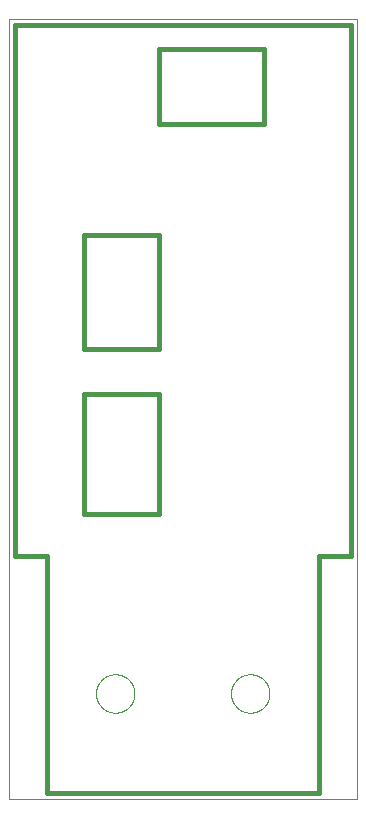
<source format=gbo>
G75*
%MOIN*%
%OFA0B0*%
%FSLAX25Y25*%
%IPPOS*%
%LPD*%
%AMOC8*
5,1,8,0,0,1.08239X$1,22.5*
%
%ADD10C,0.00000*%
%ADD11C,0.01600*%
D10*
X0001000Y0001000D02*
X0117142Y0001000D01*
X0117142Y0260843D01*
X0001000Y0260843D01*
X0001000Y0001000D01*
X0030100Y0036000D02*
X0030102Y0036160D01*
X0030108Y0036319D01*
X0030118Y0036478D01*
X0030132Y0036637D01*
X0030150Y0036796D01*
X0030171Y0036954D01*
X0030197Y0037111D01*
X0030227Y0037268D01*
X0030260Y0037424D01*
X0030298Y0037579D01*
X0030339Y0037733D01*
X0030384Y0037886D01*
X0030433Y0038038D01*
X0030486Y0038189D01*
X0030542Y0038338D01*
X0030603Y0038486D01*
X0030666Y0038632D01*
X0030734Y0038777D01*
X0030805Y0038920D01*
X0030879Y0039061D01*
X0030957Y0039200D01*
X0031039Y0039337D01*
X0031124Y0039472D01*
X0031212Y0039605D01*
X0031304Y0039736D01*
X0031398Y0039864D01*
X0031496Y0039990D01*
X0031597Y0040114D01*
X0031701Y0040235D01*
X0031808Y0040353D01*
X0031918Y0040469D01*
X0032031Y0040582D01*
X0032147Y0040692D01*
X0032265Y0040799D01*
X0032386Y0040903D01*
X0032510Y0041004D01*
X0032636Y0041102D01*
X0032764Y0041196D01*
X0032895Y0041288D01*
X0033028Y0041376D01*
X0033163Y0041461D01*
X0033300Y0041543D01*
X0033439Y0041621D01*
X0033580Y0041695D01*
X0033723Y0041766D01*
X0033868Y0041834D01*
X0034014Y0041897D01*
X0034162Y0041958D01*
X0034311Y0042014D01*
X0034462Y0042067D01*
X0034614Y0042116D01*
X0034767Y0042161D01*
X0034921Y0042202D01*
X0035076Y0042240D01*
X0035232Y0042273D01*
X0035389Y0042303D01*
X0035546Y0042329D01*
X0035704Y0042350D01*
X0035863Y0042368D01*
X0036022Y0042382D01*
X0036181Y0042392D01*
X0036340Y0042398D01*
X0036500Y0042400D01*
X0036660Y0042398D01*
X0036819Y0042392D01*
X0036978Y0042382D01*
X0037137Y0042368D01*
X0037296Y0042350D01*
X0037454Y0042329D01*
X0037611Y0042303D01*
X0037768Y0042273D01*
X0037924Y0042240D01*
X0038079Y0042202D01*
X0038233Y0042161D01*
X0038386Y0042116D01*
X0038538Y0042067D01*
X0038689Y0042014D01*
X0038838Y0041958D01*
X0038986Y0041897D01*
X0039132Y0041834D01*
X0039277Y0041766D01*
X0039420Y0041695D01*
X0039561Y0041621D01*
X0039700Y0041543D01*
X0039837Y0041461D01*
X0039972Y0041376D01*
X0040105Y0041288D01*
X0040236Y0041196D01*
X0040364Y0041102D01*
X0040490Y0041004D01*
X0040614Y0040903D01*
X0040735Y0040799D01*
X0040853Y0040692D01*
X0040969Y0040582D01*
X0041082Y0040469D01*
X0041192Y0040353D01*
X0041299Y0040235D01*
X0041403Y0040114D01*
X0041504Y0039990D01*
X0041602Y0039864D01*
X0041696Y0039736D01*
X0041788Y0039605D01*
X0041876Y0039472D01*
X0041961Y0039337D01*
X0042043Y0039200D01*
X0042121Y0039061D01*
X0042195Y0038920D01*
X0042266Y0038777D01*
X0042334Y0038632D01*
X0042397Y0038486D01*
X0042458Y0038338D01*
X0042514Y0038189D01*
X0042567Y0038038D01*
X0042616Y0037886D01*
X0042661Y0037733D01*
X0042702Y0037579D01*
X0042740Y0037424D01*
X0042773Y0037268D01*
X0042803Y0037111D01*
X0042829Y0036954D01*
X0042850Y0036796D01*
X0042868Y0036637D01*
X0042882Y0036478D01*
X0042892Y0036319D01*
X0042898Y0036160D01*
X0042900Y0036000D01*
X0042898Y0035840D01*
X0042892Y0035681D01*
X0042882Y0035522D01*
X0042868Y0035363D01*
X0042850Y0035204D01*
X0042829Y0035046D01*
X0042803Y0034889D01*
X0042773Y0034732D01*
X0042740Y0034576D01*
X0042702Y0034421D01*
X0042661Y0034267D01*
X0042616Y0034114D01*
X0042567Y0033962D01*
X0042514Y0033811D01*
X0042458Y0033662D01*
X0042397Y0033514D01*
X0042334Y0033368D01*
X0042266Y0033223D01*
X0042195Y0033080D01*
X0042121Y0032939D01*
X0042043Y0032800D01*
X0041961Y0032663D01*
X0041876Y0032528D01*
X0041788Y0032395D01*
X0041696Y0032264D01*
X0041602Y0032136D01*
X0041504Y0032010D01*
X0041403Y0031886D01*
X0041299Y0031765D01*
X0041192Y0031647D01*
X0041082Y0031531D01*
X0040969Y0031418D01*
X0040853Y0031308D01*
X0040735Y0031201D01*
X0040614Y0031097D01*
X0040490Y0030996D01*
X0040364Y0030898D01*
X0040236Y0030804D01*
X0040105Y0030712D01*
X0039972Y0030624D01*
X0039837Y0030539D01*
X0039700Y0030457D01*
X0039561Y0030379D01*
X0039420Y0030305D01*
X0039277Y0030234D01*
X0039132Y0030166D01*
X0038986Y0030103D01*
X0038838Y0030042D01*
X0038689Y0029986D01*
X0038538Y0029933D01*
X0038386Y0029884D01*
X0038233Y0029839D01*
X0038079Y0029798D01*
X0037924Y0029760D01*
X0037768Y0029727D01*
X0037611Y0029697D01*
X0037454Y0029671D01*
X0037296Y0029650D01*
X0037137Y0029632D01*
X0036978Y0029618D01*
X0036819Y0029608D01*
X0036660Y0029602D01*
X0036500Y0029600D01*
X0036340Y0029602D01*
X0036181Y0029608D01*
X0036022Y0029618D01*
X0035863Y0029632D01*
X0035704Y0029650D01*
X0035546Y0029671D01*
X0035389Y0029697D01*
X0035232Y0029727D01*
X0035076Y0029760D01*
X0034921Y0029798D01*
X0034767Y0029839D01*
X0034614Y0029884D01*
X0034462Y0029933D01*
X0034311Y0029986D01*
X0034162Y0030042D01*
X0034014Y0030103D01*
X0033868Y0030166D01*
X0033723Y0030234D01*
X0033580Y0030305D01*
X0033439Y0030379D01*
X0033300Y0030457D01*
X0033163Y0030539D01*
X0033028Y0030624D01*
X0032895Y0030712D01*
X0032764Y0030804D01*
X0032636Y0030898D01*
X0032510Y0030996D01*
X0032386Y0031097D01*
X0032265Y0031201D01*
X0032147Y0031308D01*
X0032031Y0031418D01*
X0031918Y0031531D01*
X0031808Y0031647D01*
X0031701Y0031765D01*
X0031597Y0031886D01*
X0031496Y0032010D01*
X0031398Y0032136D01*
X0031304Y0032264D01*
X0031212Y0032395D01*
X0031124Y0032528D01*
X0031039Y0032663D01*
X0030957Y0032800D01*
X0030879Y0032939D01*
X0030805Y0033080D01*
X0030734Y0033223D01*
X0030666Y0033368D01*
X0030603Y0033514D01*
X0030542Y0033662D01*
X0030486Y0033811D01*
X0030433Y0033962D01*
X0030384Y0034114D01*
X0030339Y0034267D01*
X0030298Y0034421D01*
X0030260Y0034576D01*
X0030227Y0034732D01*
X0030197Y0034889D01*
X0030171Y0035046D01*
X0030150Y0035204D01*
X0030132Y0035363D01*
X0030118Y0035522D01*
X0030108Y0035681D01*
X0030102Y0035840D01*
X0030100Y0036000D01*
X0075100Y0036000D02*
X0075102Y0036160D01*
X0075108Y0036319D01*
X0075118Y0036478D01*
X0075132Y0036637D01*
X0075150Y0036796D01*
X0075171Y0036954D01*
X0075197Y0037111D01*
X0075227Y0037268D01*
X0075260Y0037424D01*
X0075298Y0037579D01*
X0075339Y0037733D01*
X0075384Y0037886D01*
X0075433Y0038038D01*
X0075486Y0038189D01*
X0075542Y0038338D01*
X0075603Y0038486D01*
X0075666Y0038632D01*
X0075734Y0038777D01*
X0075805Y0038920D01*
X0075879Y0039061D01*
X0075957Y0039200D01*
X0076039Y0039337D01*
X0076124Y0039472D01*
X0076212Y0039605D01*
X0076304Y0039736D01*
X0076398Y0039864D01*
X0076496Y0039990D01*
X0076597Y0040114D01*
X0076701Y0040235D01*
X0076808Y0040353D01*
X0076918Y0040469D01*
X0077031Y0040582D01*
X0077147Y0040692D01*
X0077265Y0040799D01*
X0077386Y0040903D01*
X0077510Y0041004D01*
X0077636Y0041102D01*
X0077764Y0041196D01*
X0077895Y0041288D01*
X0078028Y0041376D01*
X0078163Y0041461D01*
X0078300Y0041543D01*
X0078439Y0041621D01*
X0078580Y0041695D01*
X0078723Y0041766D01*
X0078868Y0041834D01*
X0079014Y0041897D01*
X0079162Y0041958D01*
X0079311Y0042014D01*
X0079462Y0042067D01*
X0079614Y0042116D01*
X0079767Y0042161D01*
X0079921Y0042202D01*
X0080076Y0042240D01*
X0080232Y0042273D01*
X0080389Y0042303D01*
X0080546Y0042329D01*
X0080704Y0042350D01*
X0080863Y0042368D01*
X0081022Y0042382D01*
X0081181Y0042392D01*
X0081340Y0042398D01*
X0081500Y0042400D01*
X0081660Y0042398D01*
X0081819Y0042392D01*
X0081978Y0042382D01*
X0082137Y0042368D01*
X0082296Y0042350D01*
X0082454Y0042329D01*
X0082611Y0042303D01*
X0082768Y0042273D01*
X0082924Y0042240D01*
X0083079Y0042202D01*
X0083233Y0042161D01*
X0083386Y0042116D01*
X0083538Y0042067D01*
X0083689Y0042014D01*
X0083838Y0041958D01*
X0083986Y0041897D01*
X0084132Y0041834D01*
X0084277Y0041766D01*
X0084420Y0041695D01*
X0084561Y0041621D01*
X0084700Y0041543D01*
X0084837Y0041461D01*
X0084972Y0041376D01*
X0085105Y0041288D01*
X0085236Y0041196D01*
X0085364Y0041102D01*
X0085490Y0041004D01*
X0085614Y0040903D01*
X0085735Y0040799D01*
X0085853Y0040692D01*
X0085969Y0040582D01*
X0086082Y0040469D01*
X0086192Y0040353D01*
X0086299Y0040235D01*
X0086403Y0040114D01*
X0086504Y0039990D01*
X0086602Y0039864D01*
X0086696Y0039736D01*
X0086788Y0039605D01*
X0086876Y0039472D01*
X0086961Y0039337D01*
X0087043Y0039200D01*
X0087121Y0039061D01*
X0087195Y0038920D01*
X0087266Y0038777D01*
X0087334Y0038632D01*
X0087397Y0038486D01*
X0087458Y0038338D01*
X0087514Y0038189D01*
X0087567Y0038038D01*
X0087616Y0037886D01*
X0087661Y0037733D01*
X0087702Y0037579D01*
X0087740Y0037424D01*
X0087773Y0037268D01*
X0087803Y0037111D01*
X0087829Y0036954D01*
X0087850Y0036796D01*
X0087868Y0036637D01*
X0087882Y0036478D01*
X0087892Y0036319D01*
X0087898Y0036160D01*
X0087900Y0036000D01*
X0087898Y0035840D01*
X0087892Y0035681D01*
X0087882Y0035522D01*
X0087868Y0035363D01*
X0087850Y0035204D01*
X0087829Y0035046D01*
X0087803Y0034889D01*
X0087773Y0034732D01*
X0087740Y0034576D01*
X0087702Y0034421D01*
X0087661Y0034267D01*
X0087616Y0034114D01*
X0087567Y0033962D01*
X0087514Y0033811D01*
X0087458Y0033662D01*
X0087397Y0033514D01*
X0087334Y0033368D01*
X0087266Y0033223D01*
X0087195Y0033080D01*
X0087121Y0032939D01*
X0087043Y0032800D01*
X0086961Y0032663D01*
X0086876Y0032528D01*
X0086788Y0032395D01*
X0086696Y0032264D01*
X0086602Y0032136D01*
X0086504Y0032010D01*
X0086403Y0031886D01*
X0086299Y0031765D01*
X0086192Y0031647D01*
X0086082Y0031531D01*
X0085969Y0031418D01*
X0085853Y0031308D01*
X0085735Y0031201D01*
X0085614Y0031097D01*
X0085490Y0030996D01*
X0085364Y0030898D01*
X0085236Y0030804D01*
X0085105Y0030712D01*
X0084972Y0030624D01*
X0084837Y0030539D01*
X0084700Y0030457D01*
X0084561Y0030379D01*
X0084420Y0030305D01*
X0084277Y0030234D01*
X0084132Y0030166D01*
X0083986Y0030103D01*
X0083838Y0030042D01*
X0083689Y0029986D01*
X0083538Y0029933D01*
X0083386Y0029884D01*
X0083233Y0029839D01*
X0083079Y0029798D01*
X0082924Y0029760D01*
X0082768Y0029727D01*
X0082611Y0029697D01*
X0082454Y0029671D01*
X0082296Y0029650D01*
X0082137Y0029632D01*
X0081978Y0029618D01*
X0081819Y0029608D01*
X0081660Y0029602D01*
X0081500Y0029600D01*
X0081340Y0029602D01*
X0081181Y0029608D01*
X0081022Y0029618D01*
X0080863Y0029632D01*
X0080704Y0029650D01*
X0080546Y0029671D01*
X0080389Y0029697D01*
X0080232Y0029727D01*
X0080076Y0029760D01*
X0079921Y0029798D01*
X0079767Y0029839D01*
X0079614Y0029884D01*
X0079462Y0029933D01*
X0079311Y0029986D01*
X0079162Y0030042D01*
X0079014Y0030103D01*
X0078868Y0030166D01*
X0078723Y0030234D01*
X0078580Y0030305D01*
X0078439Y0030379D01*
X0078300Y0030457D01*
X0078163Y0030539D01*
X0078028Y0030624D01*
X0077895Y0030712D01*
X0077764Y0030804D01*
X0077636Y0030898D01*
X0077510Y0030996D01*
X0077386Y0031097D01*
X0077265Y0031201D01*
X0077147Y0031308D01*
X0077031Y0031418D01*
X0076918Y0031531D01*
X0076808Y0031647D01*
X0076701Y0031765D01*
X0076597Y0031886D01*
X0076496Y0032010D01*
X0076398Y0032136D01*
X0076304Y0032264D01*
X0076212Y0032395D01*
X0076124Y0032528D01*
X0076039Y0032663D01*
X0075957Y0032800D01*
X0075879Y0032939D01*
X0075805Y0033080D01*
X0075734Y0033223D01*
X0075666Y0033368D01*
X0075603Y0033514D01*
X0075542Y0033662D01*
X0075486Y0033811D01*
X0075433Y0033962D01*
X0075384Y0034114D01*
X0075339Y0034267D01*
X0075298Y0034421D01*
X0075260Y0034576D01*
X0075227Y0034732D01*
X0075197Y0034889D01*
X0075171Y0035046D01*
X0075150Y0035204D01*
X0075132Y0035363D01*
X0075118Y0035522D01*
X0075108Y0035681D01*
X0075102Y0035840D01*
X0075100Y0036000D01*
D11*
X0051000Y0096000D02*
X0026000Y0096000D01*
X0026000Y0136000D01*
X0051000Y0136000D01*
X0051000Y0096000D01*
X0051000Y0151000D02*
X0026000Y0151000D01*
X0026000Y0189000D01*
X0051000Y0189000D01*
X0051000Y0151000D01*
X0051000Y0226000D02*
X0086000Y0226000D01*
X0086000Y0251000D01*
X0051000Y0251000D01*
X0051000Y0226000D01*
X0002969Y0258874D02*
X0002969Y0081709D01*
X0013780Y0081709D01*
X0013780Y0002969D01*
X0104362Y0002969D01*
X0104362Y0081709D01*
X0115173Y0081709D01*
X0115173Y0258874D01*
X0002969Y0258874D01*
M02*

</source>
